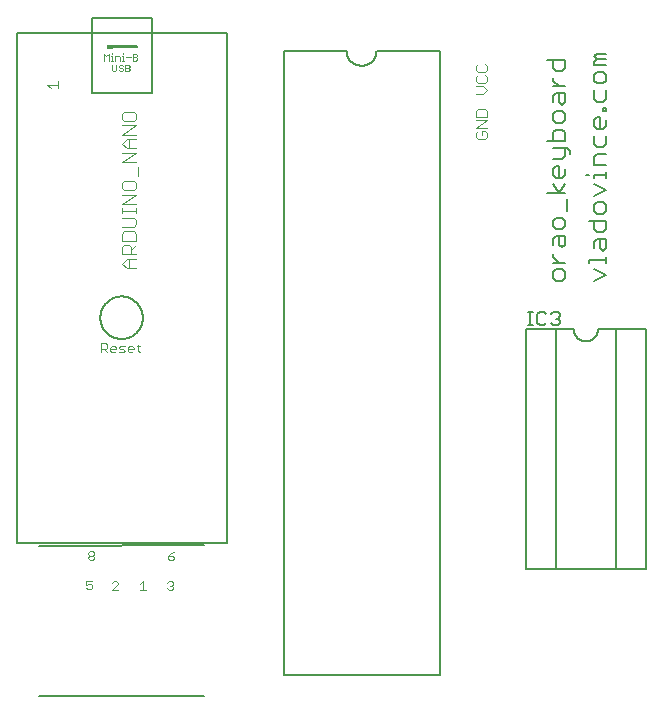
<source format=gbr>
G04 EAGLE Gerber RS-274X export*
G75*
%MOMM*%
%FSLAX34Y34*%
%LPD*%
%INSilkscreen Top*%
%IPPOS*%
%AMOC8*
5,1,8,0,0,1.08239X$1,22.5*%
G01*
%ADD10C,0.203200*%
%ADD11C,0.127000*%
%ADD12C,0.076200*%
%ADD13C,0.050800*%
%ADD14C,0.000000*%
%ADD15C,0.101600*%
%ADD16C,0.152400*%


D10*
X470366Y338348D02*
X470366Y343263D01*
X467909Y345720D01*
X462994Y345720D01*
X460536Y343263D01*
X460536Y338348D01*
X462994Y335891D01*
X467909Y335891D01*
X470366Y338348D01*
X470366Y351327D02*
X460536Y351327D01*
X460536Y356241D02*
X465451Y351327D01*
X460536Y356241D02*
X460536Y358699D01*
X460536Y366647D02*
X460536Y371562D01*
X462994Y374020D01*
X470366Y374020D01*
X470366Y366647D01*
X467909Y364190D01*
X465451Y366647D01*
X465451Y374020D01*
X470366Y382083D02*
X470366Y386998D01*
X467909Y389456D01*
X462994Y389456D01*
X460536Y386998D01*
X460536Y382083D01*
X462994Y379626D01*
X467909Y379626D01*
X470366Y382083D01*
X472823Y395062D02*
X472823Y404892D01*
X470366Y410498D02*
X455621Y410498D01*
X465451Y410498D02*
X470366Y417870D01*
X465451Y410498D02*
X460536Y417870D01*
X470366Y425819D02*
X470366Y430734D01*
X470366Y425819D02*
X467909Y423362D01*
X462994Y423362D01*
X460536Y425819D01*
X460536Y430734D01*
X462994Y433191D01*
X465451Y433191D01*
X465451Y423362D01*
X467909Y438798D02*
X460536Y438798D01*
X467909Y438798D02*
X470366Y441255D01*
X470366Y448627D01*
X472823Y448627D02*
X460536Y448627D01*
X472823Y448627D02*
X475281Y446170D01*
X475281Y443712D01*
X470366Y454234D02*
X455621Y454234D01*
X470366Y454234D02*
X470366Y461606D01*
X467909Y464063D01*
X462994Y464063D01*
X460536Y461606D01*
X460536Y454234D01*
X470366Y472127D02*
X470366Y477042D01*
X467909Y479499D01*
X462994Y479499D01*
X460536Y477042D01*
X460536Y472127D01*
X462994Y469670D01*
X467909Y469670D01*
X470366Y472127D01*
X460536Y487563D02*
X460536Y492478D01*
X462994Y494936D01*
X470366Y494936D01*
X470366Y487563D01*
X467909Y485106D01*
X465451Y487563D01*
X465451Y494936D01*
X470366Y500542D02*
X460536Y500542D01*
X465451Y500542D02*
X460536Y505457D01*
X460536Y507914D01*
X455621Y523235D02*
X470366Y523235D01*
X470366Y515863D01*
X467909Y513405D01*
X462994Y513405D01*
X460536Y515863D01*
X460536Y523235D01*
X505416Y340783D02*
X495586Y335868D01*
X495586Y345698D02*
X505416Y340783D01*
X490671Y351304D02*
X490671Y353761D01*
X505416Y353761D01*
X505416Y351304D02*
X505416Y356219D01*
X495586Y364052D02*
X495586Y368967D01*
X498044Y371424D01*
X505416Y371424D01*
X505416Y364052D01*
X502959Y361595D01*
X500501Y364052D01*
X500501Y371424D01*
X505416Y386860D02*
X490671Y386860D01*
X505416Y386860D02*
X505416Y379488D01*
X502959Y377031D01*
X498044Y377031D01*
X495586Y379488D01*
X495586Y386860D01*
X505416Y394924D02*
X505416Y399839D01*
X502959Y402296D01*
X498044Y402296D01*
X495586Y399839D01*
X495586Y394924D01*
X498044Y392467D01*
X502959Y392467D01*
X505416Y394924D01*
X495586Y407903D02*
X505416Y412818D01*
X495586Y417733D01*
X495586Y423339D02*
X495586Y425796D01*
X505416Y425796D01*
X505416Y423339D02*
X505416Y428254D01*
X490671Y425796D02*
X488214Y425796D01*
X495586Y433630D02*
X505416Y433630D01*
X495586Y433630D02*
X495586Y441002D01*
X498044Y443459D01*
X505416Y443459D01*
X495586Y451523D02*
X495586Y458895D01*
X495586Y451523D02*
X498044Y449066D01*
X502959Y449066D01*
X505416Y451523D01*
X505416Y458895D01*
X505416Y466959D02*
X505416Y471874D01*
X505416Y466959D02*
X502959Y464502D01*
X498044Y464502D01*
X495586Y466959D01*
X495586Y471874D01*
X498044Y474331D01*
X500501Y474331D01*
X500501Y464502D01*
X502959Y479938D02*
X505416Y479938D01*
X502959Y479938D02*
X502959Y482395D01*
X505416Y482395D01*
X505416Y479938D01*
X495586Y490113D02*
X495586Y497486D01*
X495586Y490113D02*
X498044Y487656D01*
X502959Y487656D01*
X505416Y490113D01*
X505416Y497486D01*
X505416Y505549D02*
X505416Y510464D01*
X502959Y512922D01*
X498044Y512922D01*
X495586Y510464D01*
X495586Y505549D01*
X498044Y503092D01*
X502959Y503092D01*
X505416Y505549D01*
X505416Y518528D02*
X495586Y518528D01*
X495586Y520985D01*
X498044Y523443D01*
X505416Y523443D01*
X498044Y523443D02*
X495586Y525900D01*
X498044Y528358D01*
X505416Y528358D01*
D11*
X184150Y546100D02*
X184150Y127000D01*
X184150Y114300D01*
X171450Y114300D01*
X133350Y114300D01*
X57150Y114300D01*
X19050Y114300D01*
X6350Y114300D01*
X6350Y127000D01*
X6350Y533400D01*
X6350Y546100D01*
X19050Y546100D01*
X120650Y546100D01*
X184150Y546100D01*
X120650Y546100D02*
X120650Y558800D01*
X69850Y558800D01*
X69850Y495300D02*
X120650Y495300D01*
X120650Y546100D01*
X69850Y558800D02*
X69850Y495300D01*
X77289Y304800D02*
X77294Y305241D01*
X77311Y305681D01*
X77338Y306121D01*
X77375Y306560D01*
X77424Y306999D01*
X77483Y307435D01*
X77553Y307871D01*
X77634Y308304D01*
X77725Y308735D01*
X77827Y309164D01*
X77940Y309590D01*
X78062Y310014D01*
X78196Y310434D01*
X78339Y310851D01*
X78493Y311264D01*
X78656Y311673D01*
X78830Y312079D01*
X79013Y312479D01*
X79207Y312875D01*
X79410Y313267D01*
X79622Y313653D01*
X79844Y314034D01*
X80076Y314409D01*
X80316Y314779D01*
X80565Y315142D01*
X80824Y315499D01*
X81091Y315850D01*
X81366Y316194D01*
X81650Y316532D01*
X81942Y316862D01*
X82242Y317185D01*
X82550Y317500D01*
X82865Y317808D01*
X83188Y318108D01*
X83518Y318400D01*
X83856Y318684D01*
X84200Y318959D01*
X84551Y319226D01*
X84908Y319485D01*
X85271Y319734D01*
X85641Y319974D01*
X86016Y320206D01*
X86397Y320428D01*
X86783Y320640D01*
X87175Y320843D01*
X87571Y321037D01*
X87971Y321220D01*
X88377Y321394D01*
X88786Y321557D01*
X89199Y321711D01*
X89616Y321854D01*
X90036Y321988D01*
X90460Y322110D01*
X90886Y322223D01*
X91315Y322325D01*
X91746Y322416D01*
X92179Y322497D01*
X92615Y322567D01*
X93051Y322626D01*
X93490Y322675D01*
X93929Y322712D01*
X94369Y322739D01*
X94809Y322756D01*
X95250Y322761D01*
X95691Y322756D01*
X96131Y322739D01*
X96571Y322712D01*
X97010Y322675D01*
X97449Y322626D01*
X97885Y322567D01*
X98321Y322497D01*
X98754Y322416D01*
X99185Y322325D01*
X99614Y322223D01*
X100040Y322110D01*
X100464Y321988D01*
X100884Y321854D01*
X101301Y321711D01*
X101714Y321557D01*
X102123Y321394D01*
X102529Y321220D01*
X102929Y321037D01*
X103325Y320843D01*
X103717Y320640D01*
X104103Y320428D01*
X104484Y320206D01*
X104859Y319974D01*
X105229Y319734D01*
X105592Y319485D01*
X105949Y319226D01*
X106300Y318959D01*
X106644Y318684D01*
X106982Y318400D01*
X107312Y318108D01*
X107635Y317808D01*
X107950Y317500D01*
X108258Y317185D01*
X108558Y316862D01*
X108850Y316532D01*
X109134Y316194D01*
X109409Y315850D01*
X109676Y315499D01*
X109935Y315142D01*
X110184Y314779D01*
X110424Y314409D01*
X110656Y314034D01*
X110878Y313653D01*
X111090Y313267D01*
X111293Y312875D01*
X111487Y312479D01*
X111670Y312079D01*
X111844Y311673D01*
X112007Y311264D01*
X112161Y310851D01*
X112304Y310434D01*
X112438Y310014D01*
X112560Y309590D01*
X112673Y309164D01*
X112775Y308735D01*
X112866Y308304D01*
X112947Y307871D01*
X113017Y307435D01*
X113076Y306999D01*
X113125Y306560D01*
X113162Y306121D01*
X113189Y305681D01*
X113206Y305241D01*
X113211Y304800D01*
X113206Y304359D01*
X113189Y303919D01*
X113162Y303479D01*
X113125Y303040D01*
X113076Y302601D01*
X113017Y302165D01*
X112947Y301729D01*
X112866Y301296D01*
X112775Y300865D01*
X112673Y300436D01*
X112560Y300010D01*
X112438Y299586D01*
X112304Y299166D01*
X112161Y298749D01*
X112007Y298336D01*
X111844Y297927D01*
X111670Y297521D01*
X111487Y297121D01*
X111293Y296725D01*
X111090Y296333D01*
X110878Y295947D01*
X110656Y295566D01*
X110424Y295191D01*
X110184Y294821D01*
X109935Y294458D01*
X109676Y294101D01*
X109409Y293750D01*
X109134Y293406D01*
X108850Y293068D01*
X108558Y292738D01*
X108258Y292415D01*
X107950Y292100D01*
X107635Y291792D01*
X107312Y291492D01*
X106982Y291200D01*
X106644Y290916D01*
X106300Y290641D01*
X105949Y290374D01*
X105592Y290115D01*
X105229Y289866D01*
X104859Y289626D01*
X104484Y289394D01*
X104103Y289172D01*
X103717Y288960D01*
X103325Y288757D01*
X102929Y288563D01*
X102529Y288380D01*
X102123Y288206D01*
X101714Y288043D01*
X101301Y287889D01*
X100884Y287746D01*
X100464Y287612D01*
X100040Y287490D01*
X99614Y287377D01*
X99185Y287275D01*
X98754Y287184D01*
X98321Y287103D01*
X97885Y287033D01*
X97449Y286974D01*
X97010Y286925D01*
X96571Y286888D01*
X96131Y286861D01*
X95691Y286844D01*
X95250Y286839D01*
X94809Y286844D01*
X94369Y286861D01*
X93929Y286888D01*
X93490Y286925D01*
X93051Y286974D01*
X92615Y287033D01*
X92179Y287103D01*
X91746Y287184D01*
X91315Y287275D01*
X90886Y287377D01*
X90460Y287490D01*
X90036Y287612D01*
X89616Y287746D01*
X89199Y287889D01*
X88786Y288043D01*
X88377Y288206D01*
X87971Y288380D01*
X87571Y288563D01*
X87175Y288757D01*
X86783Y288960D01*
X86397Y289172D01*
X86016Y289394D01*
X85641Y289626D01*
X85271Y289866D01*
X84908Y290115D01*
X84551Y290374D01*
X84200Y290641D01*
X83856Y290916D01*
X83518Y291200D01*
X83188Y291492D01*
X82865Y291792D01*
X82550Y292100D01*
X82242Y292415D01*
X81942Y292738D01*
X81650Y293068D01*
X81366Y293406D01*
X81091Y293750D01*
X80824Y294101D01*
X80565Y294458D01*
X80316Y294821D01*
X80076Y295191D01*
X79844Y295566D01*
X79622Y295947D01*
X79410Y296333D01*
X79207Y296725D01*
X79013Y297121D01*
X78830Y297521D01*
X78656Y297927D01*
X78493Y298336D01*
X78339Y298749D01*
X78196Y299166D01*
X78062Y299586D01*
X77940Y300010D01*
X77827Y300436D01*
X77725Y300865D01*
X77634Y301296D01*
X77553Y301729D01*
X77483Y302165D01*
X77424Y302601D01*
X77375Y303040D01*
X77338Y303479D01*
X77311Y303919D01*
X77294Y304359D01*
X77289Y304800D01*
D12*
X78168Y283089D02*
X78168Y275717D01*
X78168Y283089D02*
X81854Y283089D01*
X83083Y281861D01*
X83083Y279403D01*
X81854Y278174D01*
X78168Y278174D01*
X80625Y278174D02*
X83083Y275717D01*
X86881Y275717D02*
X89338Y275717D01*
X86881Y275717D02*
X85652Y276946D01*
X85652Y279403D01*
X86881Y280632D01*
X89338Y280632D01*
X90567Y279403D01*
X90567Y278174D01*
X85652Y278174D01*
X93136Y275717D02*
X96822Y275717D01*
X98051Y276946D01*
X96822Y278174D01*
X94365Y278174D01*
X93136Y279403D01*
X94365Y280632D01*
X98051Y280632D01*
X101849Y275717D02*
X104307Y275717D01*
X101849Y275717D02*
X100620Y276946D01*
X100620Y279403D01*
X101849Y280632D01*
X104307Y280632D01*
X105535Y279403D01*
X105535Y278174D01*
X100620Y278174D01*
X109333Y276946D02*
X109333Y281861D01*
X109333Y276946D02*
X110562Y275717D01*
X110562Y280632D02*
X108105Y280632D01*
X35258Y499026D02*
X32123Y502161D01*
X41529Y502161D01*
X41529Y499026D02*
X41529Y505297D01*
D13*
X80536Y522478D02*
X80536Y528071D01*
X82400Y526207D01*
X84264Y528071D01*
X84264Y522478D01*
X86149Y526207D02*
X87081Y526207D01*
X87081Y522478D01*
X86149Y522478D02*
X88013Y522478D01*
X87081Y528071D02*
X87081Y529003D01*
X89891Y526207D02*
X89891Y522478D01*
X89891Y526207D02*
X92687Y526207D01*
X93619Y525274D01*
X93619Y522478D01*
X95504Y526207D02*
X96436Y526207D01*
X96436Y522478D01*
X95504Y522478D02*
X97368Y522478D01*
X96436Y528071D02*
X96436Y529003D01*
X99246Y525274D02*
X102975Y525274D01*
X104859Y522478D02*
X104859Y528071D01*
X107655Y528071D01*
X108588Y527139D01*
X108588Y526207D01*
X107655Y525274D01*
X108588Y524342D01*
X108588Y523410D01*
X107655Y522478D01*
X104859Y522478D01*
X104859Y525274D02*
X107655Y525274D01*
X87084Y518927D02*
X87084Y514266D01*
X88016Y513334D01*
X89881Y513334D01*
X90813Y514266D01*
X90813Y518927D01*
X95494Y518927D02*
X96426Y517995D01*
X95494Y518927D02*
X93630Y518927D01*
X92697Y517995D01*
X92697Y517063D01*
X93630Y516130D01*
X95494Y516130D01*
X96426Y515198D01*
X96426Y514266D01*
X95494Y513334D01*
X93630Y513334D01*
X92697Y514266D01*
X98311Y513334D02*
X98311Y518927D01*
X101107Y518927D01*
X102039Y517995D01*
X102039Y517063D01*
X101107Y516130D01*
X102039Y515198D01*
X102039Y514266D01*
X101107Y513334D01*
X98311Y513334D01*
X98311Y516130D02*
X101107Y516130D01*
D14*
X82719Y534924D02*
X82719Y535432D01*
X82550Y535432D02*
X82889Y535432D01*
X83018Y535432D02*
X83018Y534924D01*
X83018Y535178D02*
X83102Y535263D01*
X83272Y535263D01*
X83357Y535178D01*
X83357Y534924D01*
X83486Y535263D02*
X83570Y535263D01*
X83570Y534924D01*
X83486Y534924D02*
X83655Y534924D01*
X83570Y535432D02*
X83570Y535517D01*
X83797Y534924D02*
X84052Y534924D01*
X84136Y535009D01*
X84052Y535093D01*
X83882Y535093D01*
X83797Y535178D01*
X83882Y535263D01*
X84136Y535263D01*
X84733Y535432D02*
X84818Y535432D01*
X84818Y534924D01*
X84902Y534924D02*
X84733Y534924D01*
X85045Y535263D02*
X85129Y535263D01*
X85129Y534924D01*
X85045Y534924D02*
X85214Y534924D01*
X85129Y535432D02*
X85129Y535517D01*
X85356Y535432D02*
X85356Y534924D01*
X85611Y534924D01*
X85695Y535009D01*
X85695Y535178D01*
X85611Y535263D01*
X85356Y535263D01*
X85824Y535263D02*
X85824Y534924D01*
X85824Y535093D02*
X85994Y535263D01*
X86078Y535263D01*
X86299Y535263D02*
X86468Y535263D01*
X86553Y535178D01*
X86553Y534924D01*
X86299Y534924D01*
X86214Y535009D01*
X86299Y535093D01*
X86553Y535093D01*
X86682Y534924D02*
X86682Y535263D01*
X86851Y535263D02*
X86682Y535093D01*
X86851Y535263D02*
X86936Y535263D01*
X87072Y535263D02*
X87072Y535009D01*
X87156Y534924D01*
X87410Y534924D01*
X87410Y534839D02*
X87410Y535263D01*
X87410Y534839D02*
X87326Y534755D01*
X87241Y534755D01*
X88007Y535009D02*
X88007Y535263D01*
X88007Y535009D02*
X88092Y534924D01*
X88176Y535009D01*
X88261Y534924D01*
X88346Y535009D01*
X88346Y535263D01*
X88559Y535263D02*
X88729Y535263D01*
X88814Y535178D01*
X88814Y534924D01*
X88559Y534924D01*
X88475Y535009D01*
X88559Y535093D01*
X88814Y535093D01*
X88943Y534924D02*
X89197Y534924D01*
X89281Y535009D01*
X89197Y535093D01*
X89027Y535093D01*
X88943Y535178D01*
X89027Y535263D01*
X89281Y535263D01*
X89963Y535263D02*
X90217Y535263D01*
X89963Y535263D02*
X89878Y535178D01*
X89878Y535009D01*
X89963Y534924D01*
X90217Y534924D01*
X90346Y534924D02*
X90346Y535263D01*
X90515Y535263D02*
X90346Y535093D01*
X90515Y535263D02*
X90600Y535263D01*
X90820Y534924D02*
X90990Y534924D01*
X90820Y534924D02*
X90736Y535009D01*
X90736Y535178D01*
X90820Y535263D01*
X90990Y535263D01*
X91074Y535178D01*
X91074Y535093D01*
X90736Y535093D01*
X91288Y535263D02*
X91457Y535263D01*
X91542Y535178D01*
X91542Y534924D01*
X91288Y534924D01*
X91203Y535009D01*
X91288Y535093D01*
X91542Y535093D01*
X91756Y535009D02*
X91756Y535348D01*
X91756Y535009D02*
X91841Y534924D01*
X91841Y535263D02*
X91671Y535263D01*
X92068Y534924D02*
X92237Y534924D01*
X92068Y534924D02*
X91983Y535009D01*
X91983Y535178D01*
X92068Y535263D01*
X92237Y535263D01*
X92322Y535178D01*
X92322Y535093D01*
X91983Y535093D01*
X92790Y534924D02*
X92790Y535432D01*
X92790Y534924D02*
X92535Y534924D01*
X92451Y535009D01*
X92451Y535178D01*
X92535Y535263D01*
X92790Y535263D01*
X93386Y535432D02*
X93386Y534924D01*
X93640Y534924D01*
X93725Y535009D01*
X93725Y535178D01*
X93640Y535263D01*
X93386Y535263D01*
X93854Y535263D02*
X93854Y535009D01*
X93939Y534924D01*
X94193Y534924D01*
X94193Y534839D02*
X94193Y535263D01*
X94193Y534839D02*
X94108Y534755D01*
X94023Y534755D01*
X94789Y535432D02*
X95128Y535432D01*
X94789Y535432D02*
X94789Y534924D01*
X95128Y534924D01*
X94959Y535178D02*
X94789Y535178D01*
X95257Y534924D02*
X95511Y534924D01*
X95596Y535009D01*
X95511Y535093D01*
X95342Y535093D01*
X95257Y535178D01*
X95342Y535263D01*
X95596Y535263D01*
X95725Y535263D02*
X95725Y534755D01*
X95725Y535263D02*
X95979Y535263D01*
X96064Y535178D01*
X96064Y535009D01*
X95979Y534924D01*
X95725Y534924D01*
X96193Y534924D02*
X96193Y535009D01*
X96277Y535009D01*
X96277Y534924D01*
X96193Y534924D01*
X96894Y534924D02*
X96894Y535432D01*
X97064Y535263D01*
X97233Y535432D01*
X97233Y534924D01*
X97447Y535263D02*
X97616Y535263D01*
X97701Y535178D01*
X97701Y534924D01*
X97447Y534924D01*
X97362Y535009D01*
X97447Y535093D01*
X97701Y535093D01*
X97830Y534924D02*
X97830Y535263D01*
X97999Y535263D02*
X97830Y535093D01*
X97999Y535263D02*
X98084Y535263D01*
X98304Y535263D02*
X98558Y535263D01*
X98304Y535263D02*
X98220Y535178D01*
X98220Y535009D01*
X98304Y534924D01*
X98558Y534924D01*
X98772Y534924D02*
X98941Y534924D01*
X99026Y535009D01*
X99026Y535178D01*
X98941Y535263D01*
X98772Y535263D01*
X98687Y535178D01*
X98687Y535009D01*
X98772Y534924D01*
X99155Y535178D02*
X99494Y535178D01*
X99623Y535432D02*
X99623Y534924D01*
X99962Y534924D01*
X100091Y535009D02*
X100091Y535263D01*
X100091Y535009D02*
X100175Y534924D01*
X100429Y534924D01*
X100429Y535263D01*
X100558Y535263D02*
X100643Y535263D01*
X100643Y534924D01*
X100558Y534924D02*
X100728Y534924D01*
X100643Y535432D02*
X100643Y535517D01*
X100870Y534924D02*
X101124Y534924D01*
X101209Y535009D01*
X101124Y535093D01*
X100955Y535093D01*
X100870Y535178D01*
X100955Y535263D01*
X101209Y535263D01*
X102060Y535432D02*
X102145Y535348D01*
X102060Y535432D02*
X101890Y535432D01*
X101806Y535348D01*
X101806Y535263D01*
X101890Y535178D01*
X102060Y535178D01*
X102145Y535093D01*
X102145Y535009D01*
X102060Y534924D01*
X101890Y534924D01*
X101806Y535009D01*
X102273Y534924D02*
X102273Y535263D01*
X102443Y535432D01*
X102612Y535263D01*
X102612Y534924D01*
X102612Y535178D02*
X102273Y535178D01*
X102741Y535432D02*
X102741Y534924D01*
X103080Y534924D01*
X103548Y535348D02*
X103463Y535432D01*
X103294Y535432D01*
X103209Y535348D01*
X103209Y535009D01*
X103294Y534924D01*
X103463Y534924D01*
X103548Y535009D01*
X103677Y535432D02*
X104016Y535432D01*
X103677Y535432D02*
X103677Y534924D01*
X104016Y534924D01*
X103846Y535178D02*
X103677Y535178D01*
X104144Y535432D02*
X104144Y534924D01*
X104399Y534924D01*
X104483Y535009D01*
X104483Y535348D01*
X104399Y535432D01*
X104144Y535432D01*
X104697Y535432D02*
X104866Y535432D01*
X104697Y535432D02*
X104612Y535348D01*
X104612Y535009D01*
X104697Y534924D01*
X104866Y534924D01*
X104951Y535009D01*
X104951Y535348D01*
X104866Y535432D01*
X105717Y535432D02*
X105717Y534924D01*
X105548Y535432D02*
X105887Y535432D01*
X106100Y535432D02*
X106270Y535432D01*
X106100Y535432D02*
X106015Y535348D01*
X106015Y535009D01*
X106100Y534924D01*
X106270Y534924D01*
X106354Y535009D01*
X106354Y535348D01*
X106270Y535432D01*
X106483Y535432D02*
X106483Y535093D01*
X106653Y534924D01*
X106822Y535093D01*
X106822Y535432D01*
X106951Y535263D02*
X106951Y534924D01*
X106951Y535263D02*
X107120Y535432D01*
X107290Y535263D01*
X107290Y534924D01*
X107290Y535178D02*
X106951Y535178D01*
X107419Y534924D02*
X107419Y535432D01*
X107673Y535432D01*
X107758Y535348D01*
X107758Y535178D01*
X107673Y535093D01*
X107419Y535093D01*
X107588Y535093D02*
X107758Y534924D01*
X107886Y534924D02*
X107886Y535009D01*
X107971Y535009D01*
X107971Y534924D01*
X107886Y534924D01*
X82550Y534670D02*
X82550Y534162D01*
X82550Y534670D02*
X82804Y534670D01*
X82889Y534586D01*
X82889Y534416D01*
X82804Y534331D01*
X82550Y534331D01*
X83018Y534670D02*
X83102Y534670D01*
X83102Y534162D01*
X83018Y534162D02*
X83187Y534162D01*
X83414Y534162D02*
X83584Y534162D01*
X83414Y534162D02*
X83330Y534247D01*
X83330Y534416D01*
X83414Y534501D01*
X83584Y534501D01*
X83669Y534416D01*
X83669Y534331D01*
X83330Y534331D01*
X83882Y534501D02*
X84052Y534501D01*
X84136Y534416D01*
X84136Y534162D01*
X83882Y534162D01*
X83797Y534247D01*
X83882Y534331D01*
X84136Y534331D01*
X84265Y534162D02*
X84519Y534162D01*
X84604Y534247D01*
X84519Y534331D01*
X84350Y534331D01*
X84265Y534416D01*
X84350Y534501D01*
X84604Y534501D01*
X84818Y534162D02*
X84987Y534162D01*
X84818Y534162D02*
X84733Y534247D01*
X84733Y534416D01*
X84818Y534501D01*
X84987Y534501D01*
X85072Y534416D01*
X85072Y534331D01*
X84733Y534331D01*
X85668Y534162D02*
X85668Y534501D01*
X85668Y534331D02*
X85838Y534501D01*
X85923Y534501D01*
X86143Y534162D02*
X86312Y534162D01*
X86143Y534162D02*
X86058Y534247D01*
X86058Y534416D01*
X86143Y534501D01*
X86312Y534501D01*
X86397Y534416D01*
X86397Y534331D01*
X86058Y534331D01*
X86526Y534501D02*
X86526Y533993D01*
X86526Y534501D02*
X86780Y534501D01*
X86865Y534416D01*
X86865Y534247D01*
X86780Y534162D01*
X86526Y534162D01*
X87078Y534162D02*
X87248Y534162D01*
X87333Y534247D01*
X87333Y534416D01*
X87248Y534501D01*
X87078Y534501D01*
X86994Y534416D01*
X86994Y534247D01*
X87078Y534162D01*
X87461Y534162D02*
X87461Y534501D01*
X87461Y534331D02*
X87631Y534501D01*
X87716Y534501D01*
X87936Y534586D02*
X87936Y534247D01*
X88021Y534162D01*
X88021Y534501D02*
X87851Y534501D01*
X88715Y534501D02*
X88885Y534501D01*
X88970Y534416D01*
X88970Y534162D01*
X88715Y534162D01*
X88631Y534247D01*
X88715Y534331D01*
X88970Y534331D01*
X89098Y534162D02*
X89098Y534501D01*
X89353Y534501D01*
X89437Y534416D01*
X89437Y534162D01*
X89566Y534247D02*
X89566Y534501D01*
X89566Y534247D02*
X89651Y534162D01*
X89905Y534162D01*
X89905Y534077D02*
X89905Y534501D01*
X89905Y534077D02*
X89820Y533993D01*
X89736Y533993D01*
X90586Y534162D02*
X90756Y534162D01*
X90586Y534162D02*
X90502Y534247D01*
X90502Y534416D01*
X90586Y534501D01*
X90756Y534501D01*
X90841Y534416D01*
X90841Y534331D01*
X90502Y534331D01*
X90969Y534162D02*
X90969Y534501D01*
X90969Y534331D02*
X91139Y534501D01*
X91224Y534501D01*
X91359Y534501D02*
X91359Y534162D01*
X91359Y534331D02*
X91529Y534501D01*
X91613Y534501D01*
X91834Y534162D02*
X92003Y534162D01*
X92088Y534247D01*
X92088Y534416D01*
X92003Y534501D01*
X91834Y534501D01*
X91749Y534416D01*
X91749Y534247D01*
X91834Y534162D01*
X92217Y534162D02*
X92217Y534501D01*
X92386Y534501D02*
X92217Y534331D01*
X92386Y534501D02*
X92471Y534501D01*
X92607Y534162D02*
X92861Y534162D01*
X92945Y534247D01*
X92861Y534331D01*
X92691Y534331D01*
X92607Y534416D01*
X92691Y534501D01*
X92945Y534501D01*
X93627Y534162D02*
X93796Y534162D01*
X93881Y534247D01*
X93881Y534416D01*
X93796Y534501D01*
X93627Y534501D01*
X93542Y534416D01*
X93542Y534247D01*
X93627Y534162D01*
X94010Y534162D02*
X94010Y534501D01*
X94179Y534501D02*
X94010Y534331D01*
X94179Y534501D02*
X94264Y534501D01*
X94867Y534162D02*
X95122Y534162D01*
X95206Y534247D01*
X95122Y534331D01*
X94952Y534331D01*
X94867Y534416D01*
X94952Y534501D01*
X95206Y534501D01*
X95335Y534501D02*
X95335Y534247D01*
X95420Y534162D01*
X95674Y534162D01*
X95674Y534501D01*
X95972Y533993D02*
X96057Y533993D01*
X96142Y534077D01*
X96142Y534501D01*
X95888Y534501D01*
X95803Y534416D01*
X95803Y534247D01*
X95888Y534162D01*
X96142Y534162D01*
X96440Y533993D02*
X96525Y533993D01*
X96610Y534077D01*
X96610Y534501D01*
X96355Y534501D01*
X96271Y534416D01*
X96271Y534247D01*
X96355Y534162D01*
X96610Y534162D01*
X96823Y534162D02*
X96993Y534162D01*
X96823Y534162D02*
X96738Y534247D01*
X96738Y534416D01*
X96823Y534501D01*
X96993Y534501D01*
X97077Y534416D01*
X97077Y534331D01*
X96738Y534331D01*
X97206Y534162D02*
X97460Y534162D01*
X97545Y534247D01*
X97460Y534331D01*
X97291Y534331D01*
X97206Y534416D01*
X97291Y534501D01*
X97545Y534501D01*
X97759Y534586D02*
X97759Y534247D01*
X97843Y534162D01*
X97843Y534501D02*
X97674Y534501D01*
X97986Y534501D02*
X98070Y534501D01*
X98070Y534162D01*
X97986Y534162D02*
X98155Y534162D01*
X98070Y534670D02*
X98070Y534755D01*
X98382Y534162D02*
X98552Y534162D01*
X98636Y534247D01*
X98636Y534416D01*
X98552Y534501D01*
X98382Y534501D01*
X98297Y534416D01*
X98297Y534247D01*
X98382Y534162D01*
X98765Y534162D02*
X98765Y534501D01*
X99019Y534501D01*
X99104Y534416D01*
X99104Y534162D01*
X99233Y534162D02*
X99487Y534162D01*
X99572Y534247D01*
X99487Y534331D01*
X99318Y534331D01*
X99233Y534416D01*
X99318Y534501D01*
X99572Y534501D01*
X100253Y534586D02*
X100253Y534247D01*
X100338Y534162D01*
X100338Y534501D02*
X100168Y534501D01*
X100565Y534162D02*
X100734Y534162D01*
X100819Y534247D01*
X100819Y534416D01*
X100734Y534501D01*
X100565Y534501D01*
X100480Y534416D01*
X100480Y534247D01*
X100565Y534162D01*
X100948Y534501D02*
X101033Y534501D01*
X101033Y534416D01*
X100948Y534416D01*
X100948Y534501D01*
X100948Y534247D02*
X101033Y534247D01*
X101033Y534162D01*
X100948Y534162D01*
X100948Y534247D01*
X101650Y534586D02*
X101650Y534670D01*
X101650Y534586D02*
X101819Y534416D01*
X101989Y534586D01*
X101989Y534670D01*
X101819Y534416D02*
X101819Y534162D01*
X102117Y534331D02*
X102117Y534670D01*
X102117Y534331D02*
X102287Y534162D01*
X102456Y534331D01*
X102456Y534670D01*
X102585Y534501D02*
X102755Y534670D01*
X102755Y534162D01*
X102924Y534162D02*
X102585Y534162D01*
X103053Y534162D02*
X103053Y534670D01*
X103053Y534416D02*
X103392Y534416D01*
X103392Y534670D02*
X103392Y534162D01*
X103860Y534162D02*
X103521Y534670D01*
X103860Y534670D02*
X103521Y534162D01*
X104243Y534162D02*
X104327Y534247D01*
X104243Y534162D02*
X104073Y534162D01*
X103988Y534247D01*
X103988Y534586D01*
X104073Y534670D01*
X104243Y534670D01*
X104327Y534586D01*
X104327Y534416D01*
X104243Y534331D01*
X104073Y534331D01*
X104073Y534501D01*
X104243Y534501D01*
X104243Y534331D01*
X104710Y534670D02*
X104795Y534586D01*
X104710Y534670D02*
X104541Y534670D01*
X104456Y534586D01*
X104456Y534247D01*
X104541Y534162D01*
X104710Y534162D01*
X104795Y534247D01*
X104924Y534162D02*
X104924Y534501D01*
X105093Y534670D01*
X105263Y534501D01*
X105263Y534162D01*
X105263Y534416D02*
X104924Y534416D01*
X105392Y534162D02*
X105392Y534670D01*
X105731Y534162D01*
X105731Y534670D01*
X106029Y534670D02*
X106029Y534162D01*
X105859Y534670D02*
X106198Y534670D01*
X106327Y534670D02*
X106327Y534331D01*
X106497Y534162D01*
X106666Y534331D01*
X106666Y534670D01*
X106795Y534247D02*
X106795Y534162D01*
X106795Y534247D02*
X106880Y534247D01*
X106880Y534162D01*
X106795Y534162D01*
X107029Y534162D02*
X107029Y534670D01*
X107368Y534162D01*
X107368Y534670D01*
X107497Y534670D02*
X107835Y534670D01*
X107497Y534670D02*
X107497Y534162D01*
X107835Y534162D01*
X107666Y534416D02*
X107497Y534416D01*
X108134Y534162D02*
X108134Y534670D01*
X108303Y534670D02*
X107964Y534670D01*
X82719Y533908D02*
X82719Y533400D01*
X82550Y533908D02*
X82889Y533908D01*
X83018Y533908D02*
X83018Y533400D01*
X83018Y533654D02*
X83102Y533739D01*
X83272Y533739D01*
X83357Y533654D01*
X83357Y533400D01*
X83570Y533739D02*
X83740Y533739D01*
X83824Y533654D01*
X83824Y533400D01*
X83570Y533400D01*
X83486Y533485D01*
X83570Y533569D01*
X83824Y533569D01*
X83953Y533400D02*
X83953Y533739D01*
X84207Y533739D01*
X84292Y533654D01*
X84292Y533400D01*
X84421Y533400D02*
X84421Y533908D01*
X84421Y533569D02*
X84675Y533400D01*
X84421Y533569D02*
X84675Y533739D01*
X84811Y533400D02*
X85065Y533400D01*
X85150Y533485D01*
X85065Y533569D01*
X84896Y533569D01*
X84811Y533654D01*
X84896Y533739D01*
X85150Y533739D01*
X85746Y533739D02*
X85746Y533485D01*
X85831Y533400D01*
X86085Y533400D01*
X86085Y533315D02*
X86085Y533739D01*
X86085Y533315D02*
X86000Y533231D01*
X85916Y533231D01*
X86299Y533400D02*
X86468Y533400D01*
X86553Y533485D01*
X86553Y533654D01*
X86468Y533739D01*
X86299Y533739D01*
X86214Y533654D01*
X86214Y533485D01*
X86299Y533400D01*
X86682Y533485D02*
X86682Y533739D01*
X86682Y533485D02*
X86767Y533400D01*
X87021Y533400D01*
X87021Y533739D01*
X87150Y533485D02*
X87150Y533400D01*
X87150Y533654D02*
X87150Y533993D01*
X87305Y533485D02*
X87305Y533400D01*
X87305Y533654D02*
X87305Y533993D01*
X87461Y533485D02*
X87461Y533400D01*
X87461Y533654D02*
X87461Y533993D01*
D15*
X99646Y346678D02*
X107442Y346678D01*
X99646Y346678D02*
X95748Y350576D01*
X99646Y354474D01*
X107442Y354474D01*
X101595Y354474D02*
X101595Y346678D01*
X107442Y358372D02*
X95748Y358372D01*
X95748Y364219D01*
X97697Y366168D01*
X101595Y366168D01*
X103544Y364219D01*
X103544Y358372D01*
X103544Y362270D02*
X107442Y366168D01*
X107442Y370066D02*
X95748Y370066D01*
X107442Y370066D02*
X107442Y375913D01*
X105493Y377862D01*
X97697Y377862D01*
X95748Y375913D01*
X95748Y370066D01*
X95748Y381760D02*
X105493Y381760D01*
X107442Y383709D01*
X107442Y387607D01*
X105493Y389556D01*
X95748Y389556D01*
X107442Y393454D02*
X107442Y397352D01*
X107442Y395403D02*
X95748Y395403D01*
X95748Y393454D02*
X95748Y397352D01*
X95748Y401250D02*
X107442Y401250D01*
X107442Y409046D02*
X95748Y401250D01*
X95748Y409046D02*
X107442Y409046D01*
X95748Y414893D02*
X95748Y418791D01*
X95748Y414893D02*
X97697Y412944D01*
X105493Y412944D01*
X107442Y414893D01*
X107442Y418791D01*
X105493Y420740D01*
X97697Y420740D01*
X95748Y418791D01*
X109391Y424638D02*
X109391Y432434D01*
X107442Y436332D02*
X95748Y436332D01*
X107442Y444128D01*
X95748Y444128D01*
X99646Y448026D02*
X107442Y448026D01*
X99646Y448026D02*
X95748Y451924D01*
X99646Y455822D01*
X107442Y455822D01*
X101595Y455822D02*
X101595Y448026D01*
X107442Y459720D02*
X95748Y459720D01*
X107442Y467516D01*
X95748Y467516D01*
X95748Y473363D02*
X95748Y477261D01*
X95748Y473363D02*
X97697Y471414D01*
X105493Y471414D01*
X107442Y473363D01*
X107442Y477261D01*
X105493Y479210D01*
X97697Y479210D01*
X95748Y477261D01*
D16*
X232410Y530860D02*
X285750Y530860D01*
X285754Y530551D01*
X285765Y530242D01*
X285784Y529933D01*
X285810Y529625D01*
X285844Y529317D01*
X285885Y529011D01*
X285934Y528705D01*
X285990Y528401D01*
X286054Y528099D01*
X286125Y527798D01*
X286203Y527498D01*
X286288Y527201D01*
X286381Y526906D01*
X286481Y526613D01*
X286588Y526323D01*
X286702Y526036D01*
X286823Y525751D01*
X286951Y525469D01*
X287085Y525191D01*
X287227Y524916D01*
X287375Y524644D01*
X287530Y524377D01*
X287691Y524113D01*
X287858Y523853D01*
X288032Y523597D01*
X288212Y523345D01*
X288398Y523098D01*
X288590Y522856D01*
X288788Y522618D01*
X288991Y522385D01*
X289201Y522157D01*
X289415Y521935D01*
X289635Y521717D01*
X289861Y521505D01*
X290091Y521299D01*
X290326Y521098D01*
X290566Y520903D01*
X290811Y520714D01*
X291060Y520531D01*
X291314Y520354D01*
X291572Y520184D01*
X291834Y520019D01*
X292100Y519861D01*
X292370Y519710D01*
X292643Y519565D01*
X292920Y519427D01*
X293200Y519296D01*
X293483Y519172D01*
X293769Y519054D01*
X294058Y518944D01*
X294349Y518840D01*
X294643Y518744D01*
X294939Y518655D01*
X295238Y518573D01*
X295538Y518498D01*
X295840Y518431D01*
X296143Y518371D01*
X296448Y518319D01*
X296754Y518274D01*
X297061Y518236D01*
X297369Y518206D01*
X297677Y518184D01*
X297986Y518168D01*
X298295Y518161D01*
X298605Y518161D01*
X298914Y518168D01*
X299223Y518184D01*
X299531Y518206D01*
X299839Y518236D01*
X300146Y518274D01*
X300452Y518319D01*
X300757Y518371D01*
X301060Y518431D01*
X301362Y518498D01*
X301662Y518573D01*
X301961Y518655D01*
X302257Y518744D01*
X302551Y518840D01*
X302842Y518944D01*
X303131Y519054D01*
X303417Y519172D01*
X303700Y519296D01*
X303980Y519427D01*
X304257Y519565D01*
X304530Y519710D01*
X304800Y519861D01*
X305066Y520019D01*
X305328Y520184D01*
X305586Y520354D01*
X305840Y520531D01*
X306089Y520714D01*
X306334Y520903D01*
X306574Y521098D01*
X306809Y521299D01*
X307039Y521505D01*
X307265Y521717D01*
X307485Y521935D01*
X307699Y522157D01*
X307909Y522385D01*
X308112Y522618D01*
X308310Y522856D01*
X308502Y523098D01*
X308688Y523345D01*
X308868Y523597D01*
X309042Y523853D01*
X309209Y524113D01*
X309370Y524377D01*
X309525Y524644D01*
X309673Y524916D01*
X309815Y525191D01*
X309949Y525469D01*
X310077Y525751D01*
X310198Y526036D01*
X310312Y526323D01*
X310419Y526613D01*
X310519Y526906D01*
X310612Y527201D01*
X310697Y527498D01*
X310775Y527798D01*
X310846Y528099D01*
X310910Y528401D01*
X310966Y528705D01*
X311015Y529011D01*
X311056Y529317D01*
X311090Y529625D01*
X311116Y529933D01*
X311135Y530242D01*
X311146Y530551D01*
X311150Y530860D01*
X364490Y2540D02*
X232410Y2540D01*
X311150Y530860D02*
X364490Y530860D01*
X364490Y2540D01*
X232410Y2540D02*
X232410Y530860D01*
D11*
X165250Y-15750D02*
X25250Y-15750D01*
X25250Y111750D02*
X165250Y112250D01*
D12*
X113464Y81675D02*
X111007Y79218D01*
X113464Y81675D02*
X113464Y74303D01*
X111007Y74303D02*
X115922Y74303D01*
X92142Y74303D02*
X87227Y74303D01*
X92142Y79218D01*
X92142Y80447D01*
X90913Y81675D01*
X88456Y81675D01*
X87227Y80447D01*
X133947Y80447D02*
X135176Y81675D01*
X137633Y81675D01*
X138862Y80447D01*
X138862Y79218D01*
X137633Y77989D01*
X136404Y77989D01*
X137633Y77989D02*
X138862Y76760D01*
X138862Y75532D01*
X137633Y74303D01*
X135176Y74303D01*
X133947Y75532D01*
X70262Y82075D02*
X65347Y82075D01*
X65347Y78389D01*
X67804Y79618D01*
X69033Y79618D01*
X70262Y78389D01*
X70262Y75932D01*
X69033Y74703D01*
X66576Y74703D01*
X65347Y75932D01*
X137164Y105447D02*
X139622Y106675D01*
X137164Y105447D02*
X134707Y102989D01*
X134707Y100532D01*
X135936Y99303D01*
X138393Y99303D01*
X139622Y100532D01*
X139622Y101760D01*
X138393Y102989D01*
X134707Y102989D01*
X68256Y107075D02*
X67027Y105847D01*
X68256Y107075D02*
X70713Y107075D01*
X71942Y105847D01*
X71942Y104618D01*
X70713Y103389D01*
X71942Y102160D01*
X71942Y100932D01*
X70713Y99703D01*
X68256Y99703D01*
X67027Y100932D01*
X67027Y102160D01*
X68256Y103389D01*
X67027Y104618D01*
X67027Y105847D01*
X68256Y103389D02*
X70713Y103389D01*
D15*
X395470Y494475D02*
X401571Y494475D01*
X404622Y497526D01*
X401571Y500576D01*
X395470Y500576D01*
X395470Y508406D02*
X396996Y509932D01*
X395470Y508406D02*
X395470Y505356D01*
X396996Y503830D01*
X403097Y503830D01*
X404622Y505356D01*
X404622Y508406D01*
X403097Y509932D01*
X395470Y517762D02*
X396996Y519287D01*
X395470Y517762D02*
X395470Y514711D01*
X396996Y513186D01*
X403097Y513186D01*
X404622Y514711D01*
X404622Y517762D01*
X403097Y519287D01*
X396996Y462476D02*
X395470Y460951D01*
X395470Y457901D01*
X396996Y456375D01*
X403097Y456375D01*
X404622Y457901D01*
X404622Y460951D01*
X403097Y462476D01*
X400046Y462476D01*
X400046Y459426D01*
X404622Y465730D02*
X395470Y465730D01*
X404622Y471832D01*
X395470Y471832D01*
X395470Y475086D02*
X404622Y475086D01*
X404622Y479662D01*
X403097Y481187D01*
X396996Y481187D01*
X395470Y479662D01*
X395470Y475086D01*
D16*
X539200Y295050D02*
X539200Y91850D01*
X437600Y91850D02*
X437600Y295050D01*
X513800Y91850D02*
X539200Y91850D01*
X539200Y295050D02*
X513800Y295050D01*
X463000Y295050D02*
X437600Y295050D01*
X478240Y295050D02*
X478243Y294803D01*
X478252Y294555D01*
X478267Y294308D01*
X478288Y294062D01*
X478315Y293816D01*
X478348Y293571D01*
X478387Y293326D01*
X478432Y293083D01*
X478483Y292841D01*
X478540Y292600D01*
X478602Y292361D01*
X478671Y292123D01*
X478745Y291887D01*
X478825Y291653D01*
X478910Y291421D01*
X479002Y291191D01*
X479098Y290963D01*
X479201Y290738D01*
X479308Y290515D01*
X479422Y290295D01*
X479540Y290078D01*
X479664Y289863D01*
X479793Y289652D01*
X479927Y289444D01*
X480066Y289239D01*
X480210Y289038D01*
X480358Y288840D01*
X480512Y288646D01*
X480670Y288456D01*
X480833Y288270D01*
X481000Y288088D01*
X481172Y287910D01*
X481348Y287736D01*
X481528Y287566D01*
X481713Y287401D01*
X481901Y287241D01*
X482093Y287085D01*
X482289Y286933D01*
X482488Y286787D01*
X482691Y286645D01*
X482898Y286509D01*
X483107Y286377D01*
X483320Y286251D01*
X483536Y286130D01*
X483754Y286014D01*
X483976Y285904D01*
X484200Y285799D01*
X484426Y285699D01*
X484655Y285605D01*
X484886Y285517D01*
X485120Y285434D01*
X485355Y285357D01*
X485592Y285286D01*
X485830Y285220D01*
X486070Y285161D01*
X486312Y285107D01*
X486555Y285059D01*
X486798Y285017D01*
X487043Y284981D01*
X487289Y284951D01*
X487535Y284927D01*
X487782Y284909D01*
X488029Y284897D01*
X488276Y284891D01*
X488524Y284891D01*
X488771Y284897D01*
X489018Y284909D01*
X489265Y284927D01*
X489511Y284951D01*
X489757Y284981D01*
X490002Y285017D01*
X490245Y285059D01*
X490488Y285107D01*
X490730Y285161D01*
X490970Y285220D01*
X491208Y285286D01*
X491445Y285357D01*
X491680Y285434D01*
X491914Y285517D01*
X492145Y285605D01*
X492374Y285699D01*
X492600Y285799D01*
X492824Y285904D01*
X493046Y286014D01*
X493264Y286130D01*
X493480Y286251D01*
X493693Y286377D01*
X493902Y286509D01*
X494109Y286645D01*
X494312Y286787D01*
X494511Y286933D01*
X494707Y287085D01*
X494899Y287241D01*
X495087Y287401D01*
X495272Y287566D01*
X495452Y287736D01*
X495628Y287910D01*
X495800Y288088D01*
X495967Y288270D01*
X496130Y288456D01*
X496288Y288646D01*
X496442Y288840D01*
X496590Y289038D01*
X496734Y289239D01*
X496873Y289444D01*
X497007Y289652D01*
X497136Y289863D01*
X497260Y290078D01*
X497378Y290295D01*
X497492Y290515D01*
X497599Y290738D01*
X497702Y290963D01*
X497798Y291191D01*
X497890Y291421D01*
X497975Y291653D01*
X498055Y291887D01*
X498129Y292123D01*
X498198Y292361D01*
X498260Y292600D01*
X498317Y292841D01*
X498368Y293083D01*
X498413Y293326D01*
X498452Y293571D01*
X498485Y293816D01*
X498512Y294062D01*
X498533Y294308D01*
X498548Y294555D01*
X498557Y294803D01*
X498560Y295050D01*
X513800Y295050D02*
X513800Y91850D01*
X513800Y295050D02*
X498560Y295050D01*
X513800Y91850D02*
X463000Y91850D01*
X463000Y295050D01*
X478240Y295050D01*
X463000Y91850D02*
X437600Y91850D01*
D11*
X439505Y298225D02*
X443318Y298225D01*
X441412Y298225D02*
X441412Y309665D01*
X443318Y309665D02*
X439505Y309665D01*
X453021Y309665D02*
X454927Y307758D01*
X453021Y309665D02*
X449208Y309665D01*
X447301Y307758D01*
X447301Y300132D01*
X449208Y298225D01*
X453021Y298225D01*
X454927Y300132D01*
X458995Y307758D02*
X460902Y309665D01*
X464715Y309665D01*
X466621Y307758D01*
X466621Y305852D01*
X464715Y303945D01*
X462808Y303945D01*
X464715Y303945D02*
X466621Y302038D01*
X466621Y300132D01*
X464715Y298225D01*
X460902Y298225D01*
X458995Y300132D01*
M02*

</source>
